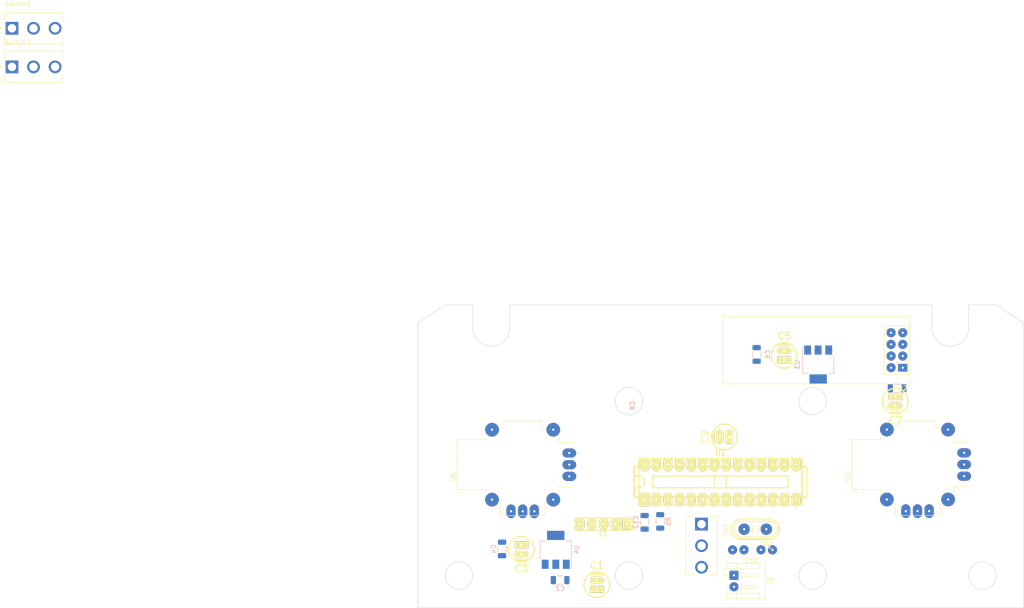
<source format=kicad_pcb>
(kicad_pcb (version 20221018) (generator pcbnew)
  (layers (0 "F.Cu" signal) (31 "B.Cu" signal) (34 "B.Paste" user) (35 "F.Paste" user) (36 "B.SilkS" user "B.Silkscreen") (37 "F.SilkS" user "F.Silkscreen") (38 "B.Mask" user) (39 "F.Mask" user) (44 "Edge.Cuts" user))
  (net 0 "")
  (net 1 "VCC")
  (net 2 "GND")
  (net 3 "+5V")
  (net 4 "+3V3")
  (net 5 "Net-(C10-Pad2)")
  (net 6 "Net-(C11-Pad2)")
  (net 7 "Net-(U1-Reset)")
  (net 8 "/DTR")
  (net 9 "/BAT")
  (net 10 "/RX")
  (net 11 "/TX")
  (net 14 "/SwDer")
  (net 15 "/SwIzq")
  (net 19 "/CE")
  (net 20 "/CSK")
  (net 21 "/MOSI")
  (net 22 "/MISO")
  (net 23 "/SCK")
  (net 25 "/PotIzqA")
  (net 26 "/PotIzqB")
  (net 27 "/PotDerA")
  (net 28 "/PotDerB")
  (net 32 "Net-(U5-SHIELD-PadS1)")
  (net 33 "Net-(U6-SHIELD-PadS1)")
  (footprint "Footprints:SW_100SP3T1B1M2QE" (layer "F.Cu") (at 7.3 3.705)
    (fp_text reference "Switch1" (at -3.425 -5.315) (layer "F.SilkS"))
    (fp_text value "~")
    (fp_line (start -6.35 -3.43) (end 6.35 -3.43) (stroke (width 0.127)) (layer "F.SilkS"))
    (fp_line (start -6.35 -1.7075) (end -6.35 -3.43) (stroke (width 0.127)) (layer "F.SilkS"))
    (fp_line (start -6.35 3.43) (end -6.35 1.7075) (stroke (width 0.127)) (layer "F.SilkS"))
    (fp_line (start 6.35 -3.43) (end 6.35 -1.7075) (stroke (width 0.127)) (layer "F.SilkS"))
    (fp_line (start 6.35 3.43) (end -6.35 3.43) (stroke (width 0.127)) (layer "F.SilkS"))
    (fp_line (start 6.35 3.43) (end 6.35 1.7075) (stroke (width 0.127)) (layer "F.SilkS"))
    (fp_circle (center -7.1 0) (end -7 0) (stroke (width 0.2)) (fill none) (layer "F.SilkS"))
    (pad "1" thru_hole rect (at -4.7 0) (size 2.775 2.775) (drill 1.85) (layers "*.Cu" "*.Mask") (net 3 "+5V"))
    (pad "2" thru_hole circle (at 0 0) (size 2.775 2.775) (drill 1.85) (layers "*.Cu" "*.Mask") (net 15 "/SwIzq"))
    (pad "3" thru_hole circle (at 4.7 0) (size 2.775 2.775) (drill 1.85) (layers "*.Cu" "*.Mask") (net 2 "GND"))
  )
  (footprint "PotStick:XDCR_COM-09032" (layer "F.Cu") (at 113.84 98.84 90)
    (fp_text reference "U6" (at -2.625 -15.235 90) (layer "F.SilkS"))
    (fp_text value "COM-09032")
    (fp_line (start -11.1 -4.9) (end -7.95 -4.9) (stroke (width 0.127)) (layer "F.SilkS"))
    (fp_line (start -11.1 4.9) (end -11.1 -4.9) (stroke (width 0.127)) (layer "F.SilkS"))
    (fp_line (start -7.95 4.9) (end -11.1 4.9) (stroke (width 0.127)) (layer "F.SilkS"))
    (fp_line (start -7.95 5.17) (end -7.95 4.9) (stroke (width 0.127)) (layer "F.SilkS"))
    (fp_line (start -6.07 -8) (end -5.45 -8) (stroke (width 0.127)) (layer "F.SilkS"))
    (fp_line (start -5.45 -14.3) (end 5.45 -14.3) (stroke (width 0.127)) (layer "F.SilkS"))
    (fp_line (start -5.45 -8) (end -5.45 -14.3) (stroke (width 0.127)) (layer "F.SilkS"))
    (fp_line (start -4.85 7.9) (end -6.07 7.9) (stroke (width 0.127)) (layer "F.SilkS"))
    (fp_line (start -4.85 11.1) (end -4.85 7.9) (stroke (width 0.127)) (layer "F.SilkS"))
    (fp_line (start 4.85 7.9) (end 4.85 11.1) (stroke (width 0.127)) (layer "F.SilkS"))
    (fp_line (start 5.45 -14.3) (end 5.45 -8) (stroke (width 0.127)) (layer "F.SilkS"))
    (fp_line (start 5.45 -8) (end 6.08 -8) (stroke (width 0.127)) (layer "F.SilkS"))
    (fp_line (start 6.08 7.9) (end 4.85 7.9) (stroke (width 0.127)) (layer "F.SilkS"))
    (fp_line (start 7.95 -4.1) (end 9.5 -4.1) (stroke (width 0.127)) (layer "F.SilkS"))
    (fp_line (start 7.95 4) (end 7.95 5.12) (stroke (width 0.127)) (layer "F.SilkS"))
    (fp_line (start 9.5 -4.1) (end 9.5 4) (stroke (width 0.127)) (layer "F.SilkS"))
    (fp_line (start 9.5 4) (end 7.95 4) (stroke (width 0.127)) (layer "F.SilkS"))
    (fp_circle (center -6.05 -13.35) (end -5.95 -13.35) (stroke (width 0.2)) (fill none) (layer "F.SilkS"))
    (pad "H1" thru_hole oval (at -2.54 10.16 90) (size 2 3) (drill 0.5) (layers "*.Cu" "*.Mask") (net 3 "+5V"))
    (pad "H2" thru_hole oval (at 0 10.16 90) (size 2 3) (drill 0.5) (layers "*.Cu" "*.Mask") (net 25 "/PotIzqA"))
    (pad "H3" thru_hole oval (at 2.54 10.16 90) (size 2 3) (drill 0.5) (layers "*.Cu" "*.Mask") (net 2 "GND"))
    (pad "S1" thru_hole circle (at -7.62 -6.6675 90) (size 3 3) (drill 0.5) (layers "*.Cu" "*.Mask") (net 33 "Net-(U6-SHIELD-PadS1)"))
    (pad "S2" thru_hole circle (at -7.62 6.6675 90) (size 3 3) (drill 0.5) (layers "*.Cu" "*.Mask") (net 33 "Net-(U6-SHIELD-PadS1)"))
    (pad "S3" thru_hole circle (at 7.62 6.6675 90) (size 3 3) (drill 0.5) (layers "*.Cu" "*.Mask") (net 33 "Net-(U6-SHIELD-PadS1)"))
    (pad "S4" thru_hole circle (at 7.62 -6.6675 90) (size 3 3) (drill 0.5) (layers "*.Cu" "*.Mask") (net 33 "Net-(U6-SHIELD-PadS1)"))
    (pad "V1" thru_hole oval (at -10.16 -2.54 90) (size 3 2) (drill 0.5) (layers "*.Cu" "*.Mask") (net 3 "+5V"))
    (pad "V2" thru_hole oval (at -10.16 0 90) (size 3 2) (drill 0.5) (layers "*.Cu" "*.Mask") (net 26 "/PotIzqB"))
    (pad "V3" thru_hole oval (at -10.16 2.54 90) (size 3 2) (drill 0.5) (layers "*.Cu" "*.Mask") (net 2 "GND"))
  )
  (footprint "Footprints:SW_100SP3T1B1M2QE" (layer "F.Cu") (at 7.3 12.115)
    (fp_text reference "Switch2" (at -3.425 -5.315) (layer "F.SilkS"))
    (fp_text value "~")
    (fp_line (start -6.35 -3.43) (end 6.35 -3.43) (stroke (width 0.127)) (layer "F.SilkS"))
    (fp_line (start -6.35 -1.7075) (end -6.35 -3.43) (stroke (width 0.127)) (layer "F.SilkS"))
    (fp_line (start -6.35 3.43) (end -6.35 1.7075) (stroke (width 0.127)) (layer "F.SilkS"))
    (fp_line (start 6.35 -3.43) (end 6.35 -1.7075) (stroke (width 0.127)) (layer "F.SilkS"))
    (fp_line (start 6.35 3.43) (end -6.35 3.43) (stroke (width 0.127)) (layer "F.SilkS"))
    (fp_line (start 6.35 3.43) (end 6.35 1.7075) (stroke (width 0.127)) (layer "F.SilkS"))
    (fp_circle (center -7.1 0) (end -7 0) (stroke (width 0.2)) (fill none) (layer "F.SilkS"))
    (pad "1" thru_hole rect (at -4.7 0) (size 2.775 2.775) (drill 1.85) (layers "*.Cu" "*.Mask") (net 3 "+5V"))
    (pad "2" thru_hole circle (at 0 0) (size 2.775 2.775) (drill 1.85) (layers "*.Cu" "*.Mask") (net 14 "/SwDer"))
    (pad "3" thru_hole circle (at 4.7 0) (size 2.775 2.775) (drill 1.85) (layers "*.Cu" "*.Mask") (net 2 "GND"))
  )
  (footprint "RF_Module:nRF24L01_Breakout" (layer "F.Cu") (at 198.3975 81.3975 180)
    (fp_text reference "U2" (at 1.77 -0.73) (layer "F.SilkS"))
    (fp_text value "Nrf24l01")
    (fp_line (start 0.17 0.17) (end 40.9 0.17) (stroke (width 0.12)) (layer "F.SilkS"))
    (fp_line (start 0.17 14.9) (end 0.17 0.17) (stroke (width 0.12)) (layer "F.SilkS"))
    (fp_line (start 0.5 2.18) (end 5.834 2.18) (stroke (width 0.12)) (layer "F.SilkS"))
    (fp_line (start 0.5 12.848) (end 0.5 2.18) (stroke (width 0.12)) (layer "F.SilkS"))
    (fp_line (start 0.754 4.974) (end 0.754 4.974) (stroke (width 0.12)) (layer "F.SilkS"))
    (fp_line (start 3.04 2.688) (end 3.04 4.974) (stroke (width 0.12)) (layer "F.SilkS"))
    (fp_line (start 3.04 4.974) (end 0.754 4.974) (stroke (width 0.12)) (layer "F.SilkS"))
    (fp_line (start 5.834 2.18) (end 5.834 12.848) (stroke (width 0.12)) (layer "F.SilkS"))
    (fp_line (start 5.834 12.848) (end 0.5 12.848) (stroke (width 0.12)) (layer "F.SilkS"))
    (fp_line (start 40.9 0.17) (end 40.9 14.877759) (stroke (width 0.12)) (layer "F.SilkS"))
    (fp_line (start 40.9 14.9) (end 0.17 14.9) (stroke (width 0.12)) (layer "F.SilkS"))
    (pad "1" thru_hole rect (at 1.77 3.704 180) (size 2 1.7) (drill 0.5) (layers "*.Cu" "*.Mask") (net 2 "GND"))
    (pad "2" thru_hole circle (at 4.31 3.704 180) (size 2 2) (drill 0.5) (layers "*.Cu" "*.Mask") (net 4 "+3V3"))
    (pad "3" thru_hole circle (at 1.77 6.244 180) (size 2 2) (drill 0.5) (layers "*.Cu" "*.Mask") (net 19 "/CE"))
    (pad "4" thru_hole circle (at 4.31 6.244 180) (size 2 2) (drill 0.5) (layers "*.Cu" "*.Mask") (net 20 "/CSK"))
    (pad "5" thru_hole circle (at 1.77 8.784 180) (size 2 2) (drill 0.5) (layers "*.Cu" "*.Mask") (net 23 "/SCK"))
    (pad "6" thru_hole circle (at 4.31 8.784 180) (size 2 2) (drill 0.5) (layers "*.Cu" "*.Mask") (net 21 "/MOSI"))
    (pad "7" thru_hole circle (at 1.77 11.324 180) (size 2 2) (drill 0.5) (layers "*.Cu" "*.Mask") (net 22 "/MISO"))
    (pad "8" thru_hole circle (at 4.31 11.324 180) (size 2 2) (drill 0.5) (layers "*.Cu" "*.Mask"))
  )
  (footprint "EESTN5:CAP_ELEC_5x11mm" (layer "F.Cu") (at 130 125)
    (fp_text reference "C1" (at 0 -4.2) (layer "F.SilkS") (effects (font (size 1.524 1.524) (thickness 0.3048))))
    (fp_text value "1uF" hide)
    (fp_line (start -1.7 -2.2) (end 1.7 -2.2) (stroke (width 0.3048)) (layer "F.SilkS"))
    (fp_line (start -1.3 -2.4) (end 1.3 -2.4) (stroke (width 0.3048)) (layer "F.SilkS"))
    (fp_line (start -0.8 -2.6) (end 0.8 -2.6) (stroke (width 0.3048)) (layer "F.SilkS"))
    (fp_line (start 1 -1.1) (end 2 -1.1) (stroke (width 0.3)) (layer "F.SilkS"))
    (fp_circle (center 0 0) (end 2.8 0) (stroke (width 0.3048)) (fill none) (layer "F.SilkS"))
    (pad "1" thru_hole rect (at 0 1) (size 3 1.5) (drill 0.5) (layers "*.Cu" "*.Mask" "F.SilkS") (net 1 "VCC"))
    (pad "2" thru_hole oval (at 0 -1) (size 3 1.5) (drill 0.5) (layers "*.Cu" "*.Mask" "F.SilkS") (net 2 "GND"))
  )
  (footprint "EESTN5:DIP_28-300_socket" (layer "F.Cu") (at 156.9 102.6)
    (fp_text reference "U1" (at 0 -6.35) (layer "F.SilkS") (effects (font (size 1.524 1.143) (thickness 0.28702))))
    (fp_text value "ATMEGA328P" hide)
    (fp_line (start -18.796 3.302) (end -18.796 -3.302) (stroke (width 0.381)) (layer "F.SilkS"))
    (fp_line (start -17.78 -5.08) (end 17.78 -5.08) (stroke (width 0.381)) (layer "F.SilkS"))
    (fp_line (start -17.78 -1.27) (end -18.796 -1.27) (stroke (width 0.381)) (layer "F.SilkS"))
    (fp_line (start -17.78 -1.27) (end -17.78 1.27) (stroke (width 0.381)) (layer "F.SilkS"))
    (fp_line (start -17.78 1.27) (end -18.796 1.27) (stroke (width 0.381)) (layer "F.SilkS"))
    (fp_line (start -17.78 5.08) (end -17.78 -5.08) (stroke (width 0.381)) (layer "F.SilkS"))
    (fp_line (start -17.78 5.08) (end 17.78 5.08) (stroke (width 0.381)) (layer "F.SilkS"))
    (fp_line (start -14.732 -1.27) (end -14.732 1.27) (stroke (width 0.254)) (layer "F.SilkS"))
    (fp_line (start -14.732 1.27) (end 14.732 1.27) (stroke (width 0.254)) (layer "F.SilkS"))
    (fp_line (start -1.27 -1.27) (end -1.27 1.27) (stroke (width 0.254)) (layer "F.SilkS"))
    (fp_line (start 1.27 -1.27) (end 1.27 1.27) (stroke (width 0.254)) (layer "F.SilkS"))
    (fp_line (start 14.732 -1.27) (end -14.732 -1.27) (stroke (width 0.254)) (layer "F.SilkS"))
    (fp_line (start 14.732 1.27) (end 14.732 -1.27) (stroke (width 0.254)) (layer "F.SilkS"))
    (fp_line (start 17.78 -5.08) (end 17.78 5.08) (stroke (width 0.381)) (layer "F.SilkS"))
    (fp_line (start 18.796 -3.302) (end -18.796 -3.302) (stroke (width 0.381)) (layer "F.SilkS"))
    (fp_line (start 18.796 -3.302) (end 18.796 3.302) (stroke (width 0.381)) (layer "F.SilkS"))
    (fp_line (start 18.796 3.302) (end -18.796 3.302) (stroke (width 0.381)) (layer "F.SilkS"))
    (fp_arc (start -17.78 -1.27) (mid -16.881974 -0.898026) (end -16.51 0) (stroke (width 0.254)) (layer "F.SilkS"))
    (fp_arc (start -16.51 0) (mid -16.881974 0.898026) (end -17.78 1.27) (stroke (width 0.254)) (layer "F.SilkS"))
    (pad "1" thru_hole rect (at -16.51 3.81) (size 2 3) (drill 0.5) (layers "*.Cu" "*.Mask" "F.SilkS") (net 7 "Net-(U1-Reset)"))
    (pad "2" thru_hole oval (at -13.97 3.81) (size 2 3) (drill 0.5) (layers "*.Cu" "*.Mask" "F.SilkS") (net 10 "/RX"))
    (pad "3" thru_hole oval (at -11.43 3.81) (size 2 3) (drill 0.5) (layers "*.Cu" "*.Mask" "F.SilkS") (net 11 "/TX"))
    (pad "4" thru_hole oval (at -8.89 3.81) (size 2 3) (drill 0.5) (layers "*.Cu" "*.Mask" "F.SilkS"))
    (pad "5" thru_hole oval (at -6.35 3.81) (size 2 3) (drill 0.5) (layers "*.Cu" "*.Mask" "F.SilkS"))
    (pad "6" thru_hole oval (at -3.81 3.81) (size 2 3) (drill 0.5) (layers "*.Cu" "*.Mask" "F.SilkS"))
    (pad "7" thru_hole oval (at -1.27 3.81) (size 2 3) (drill 0.5) (layers "*.Cu" "*.Mask" "F.SilkS") (net 3 "+5V"))
    (pad "8" thru_hole oval (at 1.27 3.81) (size 2 3) (drill 0.5) (layers "*.Cu" "*.Mask" "F.SilkS") (net 2 "GND"))
    (pad "9" thru_hole oval (at 3.81 3.81) (size 2 3) (drill 0.5) (layers "*.Cu" "*.Mask" "F.SilkS") (net 5 "Net-(C10-Pad2)"))
    (pad "10" thru_hole oval (at 6.35 3.81) (size 2 3) (drill 0.5) (layers "*.Cu" "*.Mask" "F.SilkS") (net 6 "Net-(C11-Pad2)"))
    (pad "11" thru_hole oval (at 8.89 3.81) (size 2 3) (drill 0.5) (layers "*.Cu" "*.Mask" "F.SilkS"))
    (pad "12" thru_hole oval (at 11.43 3.81) (size 2 3) (drill 0.5) (layers "*.Cu" "*.Mask" "F.SilkS"))
    (pad "13" thru_hole oval (at 13.97 3.81) (size 2 3) (drill 0.5) (layers "*.Cu" "*.Mask" "F.SilkS"))
    (pad "14" thru_hole oval (at 16.51 3.81) (size 2 3) (drill 0.5) (layers "*.Cu" "*.Mask" "F.SilkS"))
    (pad "15" thru_hole oval (at 16.51 -3.81) (size 2 3) (drill 0.5) (layers "*.Cu" "*.Mask" "F.SilkS") (net 19 "/CE"))
    (pad "16" thru_hole oval (at 13.97 -3.81) (size 2 3) (drill 0.5) (layers "*.Cu" "*.Mask" "F.SilkS") (net 20 "/CSK"))
    (pad "17" thru_hole oval (at 11.43 -3.81) (size 2 3) (drill 0.5) (layers "*.Cu" "*.Mask" "F.SilkS") (net 21 "/MOSI"))
    (pad "18" thru_hole oval (at 8.89 -3.81) (size 2 3) (drill 0.5) (layers "*.Cu" "*.Mask" "F.SilkS") (net 22 "/MISO"))
    (pad "19" thru_hole oval (at 6.35 -3.81) (size 2 3) (drill 0.5) (layers "*.Cu" "*.Mask" "F.SilkS") (net 23 "/SCK"))
    (pad "20" thru_hole oval (at 3.81 -3.81) (size 2 3) (drill 0.5) (layers "*.Cu" "*.Mask" "F.SilkS") (net 3 "+5V"))
    (pad "21" thru_hole oval (at 1.27 -3.81) (size 2 3) (drill 0.5) (layers "*.Cu" "*.Mask" "F.SilkS"))
    (pad "22" thru_hole oval (at -1.27 -3.81) (size 2 3) (drill 0.5) (layers "*.Cu" "*.Mask" "F.SilkS") (net 2 "GND"))
    (pad "23" thru_hole oval (at -3.81 -3.81) (size 2 3) (drill 0.5) (layers "*.Cu" "*.Mask" "F.SilkS") (net 27 "/PotDerA"))
    (pad "24" thru_hole oval (at -6.35 -3.81) (size 2 3) (drill 0.5) (layers "*.Cu" "*.Mask" "F.SilkS") (net 28 "/PotDerB"))
    (pad "25" thru_hole oval (at -8.89 -3.81) (size 2 3) (drill 0.5) (layers "*.Cu" "*.Mask" "F.SilkS") (net 26 "/PotIzqB"))
    (pad "26" thru_hole oval (at -11.43 -3.81) (size 2 3) (drill 0.5) (layers "*.Cu" "*.Mask" "F.SilkS") (net 25 "/PotIzqA"))
    (pad "27" thru_hole oval (at -13.97 -3.81) (size 2 3) (drill 0.5) (layers "*.Cu" "*.Mask" "F.SilkS"))
    (pad "28" thru_hole oval (at -16.51 -3.81) (size 2 3) (drill 0.5) (layers "*.Cu" "*.Mask" "F.SilkS"))
  )
  (footprint "Cristal:XTAL_XT9S20ANA16M" (layer "F.Cu") (at 164.5 112.9 180)
    (fp_text reference "Y1" (at -2.721 -3.698) (layer "F.SilkS"))
    (fp_text value "16MHZ" hide)
    (fp_line (start -3.048 -2.159) (end 3.048 -2.159) (stroke (width 0.4064)) (layer "F.SilkS"))
    (fp_line (start -3.048 1.651) (end 3.048 1.651) (stroke (width 0.1524)) (layer "F.SilkS"))
    (fp_line (start -3.048 2.159) (end 3.048 2.159) (stroke (width 0.4064)) (layer "F.SilkS"))
    (fp_line (start -0.635 -0.762) (end -0.635 0) (stroke (width 0.1524)) (layer "F.SilkS"))
    (fp_line (start -0.635 0) (end -1.27 0) (stroke (width 0.1524)) (layer "F.SilkS"))
    (fp_line (start -0.635 0) (end -0.635 0.762) (stroke (width 0.1524)) (layer "F.SilkS"))
    (fp_line (start 0.635 -0.762) (end 0.635 0) (stroke (width 0.1524)) (layer "F.SilkS"))
    (fp_line (start 0.635 0) (end 0.635 0.762) (stroke (width 0.1524)) (layer "F.SilkS"))
    (fp_line (start 0.635 0) (end 1.27 0) (stroke (width 0.1524)) (layer "F.SilkS"))
    (fp_line (start 3.048 -1.651) (end -3.048 -1.651) (stroke (width 0.1524)) (layer "F.SilkS"))
    (fp_arc (start -3.048 1.651) (mid -4.699 0) (end -3.048 -1.651) (stroke (width 0.1524)) (layer "F.SilkS"))
    (fp_arc (start -3.048 2.159) (mid -5.207 0) (end -3.048 -2.159) (stroke (width 0.4064)) (layer "F.SilkS"))
    (fp_arc (start 3.048 -2.159) (mid 5.207 0) (end 3.048 2.159) (stroke (width 0.4064)) (layer "F.SilkS"))
    (fp_arc (start 3.048 -1.651) (mid 4.699 0) (end 3.048 1.651) (stroke (width 0.1524)) (layer "F.SilkS"))
    (pad "1" thru_hole circle (at -2.413 0 180) (size 2.5 2.5) (drill 0.5) (layers "*.Cu" "*.Mask") (net 6 "Net-(C11-Pad2)"))
    (pad "2" thru_hole circle (at 2.413 0 180) (size 2.5 2.5) (drill 0.5) (layers "*.Cu" "*.Mask") (net 5 "Net-(C10-Pad2)"))
  )
  (footprint "Connector_JST:JST_EH_S2B-EH_1x02_P2.50mm_Horizontal" (layer "F.Cu") (at 159.8675 122.95 -90)
    (fp_text reference "J2" (at 1.25 -7.9 -270) (layer "F.SilkS"))
    (fp_text value "ALIMENTACION")
    (fp_line (start -2.61 -6.81) (end 5.11 -6.81) (stroke (width 0.12)) (layer "F.SilkS"))
    (fp_line (start -2.61 -5.59) (end -1.39 -5.59) (stroke (width 0.12)) (layer "F.SilkS"))
    (fp_line (start -2.61 1.61) (end -2.61 -6.81) (stroke (width 0.12)) (layer "F.SilkS"))
    (fp_line (start -1.39 -5.59) (end -1.39 -0.59) (stroke (width 0.12)) (layer "F.SilkS"))
    (fp_line (start -1.39 -1.59) (end 3.89 -1.59) (stroke (width 0.12)) (layer "F.SilkS"))
    (fp_line (start -1.39 -0.59) (end -2.61 -0.59) (stroke (width 0.12)) (layer "F.SilkS"))
    (fp_line (start -1.39 -0.59) (end -1.39 1.61) (stroke (width 0.12)) (layer "F.SilkS"))
    (fp_line (start -1.39 1.61) (end -2.61 1.61) (stroke (width 0.12)) (layer "F.SilkS"))
    (fp_line (start -0.32 -5.01) (end 0 -5.09) (stroke (width 0.12)) (layer "F.SilkS"))
    (fp_line (start -0.32 -1.59) (end -0.32 -5.01) (stroke (width 0.12)) (layer "F.SilkS"))
    (fp_line (start -0.3 2.1) (end 0.3 2.1) (stroke (width 0.12)) (layer "F.SilkS"))
    (fp_line (start 0 -5.09) (end 0.32 -5.01) (stroke (width 0.12)) (layer "F.SilkS"))
    (fp_line (start 0 -1.59) (end -0.32 -1.59) (stroke (width 0.12)) (layer "F.SilkS"))
    (fp_line (start 0 1.5) (end -0.3 2.1) (stroke (width 0.12)) (layer "F.SilkS"))
    (fp_line (start 0.3 2.1) (end 0 1.5) (stroke (width 0.12)) (layer "F.SilkS"))
    (fp_line (start 0.32 -5.01) (end 0.32 -1.59) (stroke (width 0.12)) (layer "F.SilkS"))
    (fp_line (start 0.32 -1.59) (end 0 -1.59) (stroke (width 0.12)) (layer "F.SilkS"))
    (fp_line (start 1.17 -0.59) (end 1.33 -0.59) (stroke (width 0.12)) (layer "F.SilkS"))
    (fp_line (start 2.18 -5.01) (end 2.5 -5.09) (stroke (width 0.12)) (layer "F.SilkS"))
    (fp_line (start 2.18 -1.59) (end 2.18 -5.01) (stroke (width 0.12)) (layer "F.SilkS"))
    (fp_line (start 2.5 -5.09) (end 2.82 -5.01) (stroke (width 0.12)) (layer "F.SilkS"))
    (fp_line (start 2.5 -1.59) (end 2.18 -1.59) (stroke (width 0.12)) (layer "F.SilkS"))
    (fp_line (start 2.82 -5.01) (end 2.82 -1.59) (stroke (width 0.12)) (layer "F.SilkS"))
    (fp_line (start 2.82 -1.59) (end 2.5 -1.59) (stroke (width 0.12)) (layer "F.SilkS"))
    (fp_line (start 3.89 -5.59) (end 3.89 -0.59) (stroke (width 0.12)) (layer "F.SilkS"))
    (fp_line (start 3.89 -0.59) (end 5.11 -0.59) (stroke (width 0.12)) (layer "F.SilkS"))
    (fp_line (start 3.89 1.61) (end 3.89 -0.59) (stroke (width 0.12)) (layer "F.SilkS"))
    (fp_line (start 5.11 -6.81) (end 5.11 1.61) (stroke (width 0.12)) (layer "F.SilkS"))
    (fp_line (start 5.11 -5.59) (end 3.89 -5.59) (stroke (width 0.12)) (layer "F.SilkS"))
    (fp_line (start 5.11 1.61) (end 3.89 1.61) (stroke (width 0.12)) (layer "F.SilkS"))
    (pad "1" thru_hole roundrect (at 0 0 270) (size 2 2) (drill 0.5) (layers "*.Cu" "*.Mask") (roundrect_rratio 0.147059) (net 2 "GND"))
    (pad "2" thru_hole oval (at 2.5 0 270) (size 2 2) (drill 0.5) (layers "*.Cu" "*.Mask") (net 9 "/BAT"))
  )
  (footprint "Capacitor_THT:C_Disc_D3.0mm_W1.6mm_P2.50mm" (layer "F.Cu") (at 159.55 117.4)
    (fp_text reference "C10" (at 4.25 2.45) (layer "F.SilkS"))
    (fp_text value "22pF")
    (fp_line (start 0.621 -0.92) (end 1.879 -0.92) (stroke (width 0.12)) (layer "F.SilkS"))
    (fp_line (start 0.621 0.92) (end 1.879 0.92) (stroke (width 0.12)) (layer "F.SilkS"))
    (pad "1" thru_hole circle (at 0 0) (size 2 2) (drill 0.5) (layers "*.Cu" "*.Mask") (net 2 "GND"))
    (pad "2" thru_hole circle (at 2.5 0) (size 2 2) (drill 0.5) (layers "*.Cu" "*.Mask") (net 5 "Net-(C10-Pad2)"))
  )
  (footprint "EESTN5:CAP_ELEC_5x11mm" (layer "F.Cu") (at 170.8 75)
    (fp_text reference "C5" (at 0 -4.2) (layer "F.SilkS") (effects (font (size 1.524 1.524) (thickness 0.3048))))
    (fp_text value "1uF" hide)
    (fp_line (start -1.7 -2.2) (end 1.7 -2.2) (stroke (width 0.3048)) (layer "F.SilkS"))
    (fp_line (start -1.3 -2.4) (end 1.3 -2.4) (stroke (width 0.3048)) (layer "F.SilkS"))
    (fp_line (start -0.8 -2.6) (end 0.8 -2.6) (stroke (width 0.3048)) (layer "F.SilkS"))
    (fp_line (start 1 -1.1) (end 2 -1.1) (stroke (width 0.3)) (layer "F.SilkS"))
    (fp_circle (center 0 0) (end 2.8 0) (stroke (width 0.3048)) (fill none) (layer "F.SilkS"))
    (pad "1" thru_hole rect (at 0 1) (size 3 1.5) (drill 0.5) (layers "*.Cu" "*.Mask" "F.SilkS") (net 3 "+5V"))
    (pad "2" thru_hole oval (at 0 -1) (size 3 1.5) (drill 0.5) (layers "*.Cu" "*.Mask" "F.SilkS") (net 2 "GND"))
  )
  (footprint "EESTN5:CAP_ELEC_5x11mm" (layer "F.Cu") (at 113.55 117.3 180)
    (fp_text reference "C3" (at 0 -4.2) (layer "F.SilkS") (effects (font (size 1.524 1.524) (thickness 0.3048))))
    (fp_text value "1uF" hide)
    (fp_line (start -1.7 -2.2) (end 1.7 -2.2) (stroke (width 0.3048)) (layer "F.SilkS"))
    (fp_line (start -1.3 -2.4) (end 1.3 -2.4) (stroke (width 0.3048)) (layer "F.SilkS"))
    (fp_line (start -0.8 -2.6) (end 0.8 -2.6) (stroke (width 0.3048)) (layer "F.SilkS"))
    (fp_line (start 1 -1.1) (end 2 -1.1) (stroke (width 0.3)) (layer "F.SilkS"))
    (fp_circle (center 0 0) (end 2.8 0) (stroke (width 0.3048)) (fill none) (layer "F.SilkS"))
    (pad "1" thru_hole rect (at 0 1 180) (size 3 1.5) (drill 0.5) (layers "*.Cu" "*.Mask" "F.SilkS") (net 3 "+5V"))
    (pad "2" thru_hole oval (at 0 -1 180) (size 3 1.5) (drill 0.5) (layers "*.Cu" "*.Mask" "F.SilkS") (net 2 "GND"))
  )
  (footprint "Capacitor_THT:C_Disc_D3.0mm_W1.6mm_P2.50mm" (layer "F.Cu") (at 165.75 117.4)
    (fp_text reference "C11" (at 1.25 -2.05) (layer "F.SilkS"))
    (fp_text value "22pF")
    (fp_line (start 0.621 -0.92) (end 1.879 -0.92) (stroke (width 0.12)) (layer "F.SilkS"))
    (fp_line (start 0.621 0.92) (end 1.879 0.92) (stroke (width 0.12)) (layer "F.SilkS"))
    (pad "1" thru_hole circle (at 0 0) (size 2 2) (drill 0.5) (layers "*.Cu" "*.Mask") (net 2 "GND"))
    (pad "2" thru_hole circle (at 2.5 0) (size 2 2) (drill 0.5) (layers "*.Cu" "*.Mask") (net 6 "Net-(C11-Pad2)"))
  )
  (footprint "EESTN5:Pin_Header_5" (layer "F.Cu") (at 131.46 111.8 180)
    (fp_text reference "J3" (at 0.27 -2.159) (layer "F.SilkS") (effects (font (size 1.016 1.016) (thickness 0.2032))))
    (fp_text value "USB 2.0 a UART TTL 6 pines CP2102" hide)
    (fp_line (start -6.35 1.27) (end -6.35 -1.27) (stroke (width 0.3048)) (layer "F.SilkS"))
    (fp_line (start -6.33 -1.4) (end 6.17 -1.4) (stroke (width 0.15)) (layer "F.SilkS"))
    (fp_line (start -3.81 -1.27) (end -3.81 1.27) (stroke (width 0.3048)) (layer "F.SilkS"))
    (fp_line (start 6.17 -1.3) (end -6.23 -1.3) (stroke (width 0.15)) (layer "F.SilkS"))
    (fp_line (start 6.17 1.3) (end -6.33 1.3) (stroke (width 0.15)) (layer "F.SilkS"))
    (fp_line (start 6.17 1.4) (end -6.33 1.4) (stroke (width 0.15)) (layer "F.SilkS"))
    (fp_line (start 6.19 -1.27) (end 6.19 1.27) (stroke (width 0.3048)) (layer "F.SilkS"))
    (pad "1" thru_hole rect (at -5.08 0 180) (size 2 2.19964) (drill 0.5) (layers "*.Cu" "*.Mask" "F.SilkS") (net 8 "/DTR"))
    (pad "2" thru_hole oval (at -2.54 0 180) (size 2 2.5) (drill 0.5) (layers "*.Cu" "*.Mask" "F.SilkS") (net 10 "/RX"))
    (pad "3" thru_hole oval (at 0 0 180) (size 2 2.5) (drill 0.5) (layers "*.Cu" "*.Mask" "F.SilkS") (net 11 "/TX"))
    (pad "4" thru_hole oval (at 2.54 0 180) (size 2 2.5) (drill 0.5) (layers "*.Cu" "*.Mask" "F.SilkS") (net 3 "+5V"))
    (pad "5" thru_hole oval (at 5.08 0 180) (size 2 2.5) (drill 0.5) (layers "*.Cu" "*.Mask" "F.SilkS") (net 2 "GND"))
  )
  (footprint "PotStick:XDCR_COM-09032" (layer "F.Cu") (at 199.84 98.8 90)
    (fp_text reference "U5" (at -2.625 -15.235 90) (layer "F.SilkS"))
    (fp_text value "COM-09032")
    (fp_line (start -11.1 -4.9) (end -7.95 -4.9) (stroke (width 0.127)) (layer "F.SilkS"))
    (fp_line (start -11.1 4.9) (end -11.1 -4.9) (stroke (width 0.127)) (layer "F.SilkS"))
    (fp_line (start -7.95 4.9) (end -11.1 4.9) (stroke (width 0.127)) (layer "F.SilkS"))
    (fp_line (start -7.95 5.17) (end -7.95 4.9) (stroke (width 0.127)) (layer "F.SilkS"))
    (fp_line (start -6.07 -8) (end -5.45 -8) (stroke (width 0.127)) (layer "F.SilkS"))
    (fp_line (start -5.45 -14.3) (end 5.45 -14.3) (stroke (width 0.127)) (layer "F.SilkS"))
    (fp_line (start -5.45 -8) (end -5.45 -14.3) (stroke (width 0.127)) (layer "F.SilkS"))
    (fp_line (start -4.85 7.9) (end -6.07 7.9) (stroke (width 0.127)) (layer "F.SilkS"))
    (fp_line (start -4.85 11.1) (end -4.85 7.9) (stroke (width 0.127)) (layer "F.SilkS"))
    (fp_line (start 4.85 7.9) (end 4.85 11.1) (stroke (width 0.127)) (layer "F.SilkS"))
    (fp_line (start 5.45 -14.3) (end 5.45 -8) (stroke (width 0.127)) (layer "F.SilkS"))
    (fp_line (start 5.45 -8) (end 6.08 -8) (stroke (width 0.127)) (layer "F.SilkS"))
    (fp_line (start 6.08 7.9) (end 4.85 7.9) (stroke (width 0.127)) (layer "F.SilkS"))
    (fp_line (start 7.95 -4.1) (end 9.5 -4.1) (stroke (width 0.127)) (layer "F.SilkS"))
    (fp_line (start 7.95 4) (end 7.95 5.12) (stroke (width 0.127)) (layer "F.SilkS"))
    (fp_line (start 9.5 -4.1) (end 9.5 4) (stroke (width 0.127)) (layer "F.SilkS"))
    (fp_line (start 9.5 4) (end 7.95 4) (stroke (width 0.127)) (layer "F.SilkS"))
    (fp_circle (center -6.05 -13.35) (end -5.95 -13.35) (stroke (width 0.2)) (fill none) (layer "F.SilkS"))
    (pad "H1" thru_hole oval (at -2.54 10.16 90) (size 2 3) (drill 0.5) (layers "*.Cu" "*.Mask") (net 3 "+5V"))
    (pad "H2" thru_hole oval (at 0 10.16 90) (size 2 3) (drill 0.5) (layers "*.Cu" "*.Mask") (net 27 "/PotDerA"))
    (pad "H3" thru_hole oval (at 2.54 10.16 90) (size 2 3) (drill 0.5) (layers "*.Cu" "*.Mask") (net 2 "GND"))
    (pad "S1" thru_hole circle (at -7.62 -6.6675 90) (size 3 3) (drill 0.5) (layers "*.Cu" "*.Mask") (net 32 "Net-(U5-SHIELD-PadS1)"))
    (pad "S2" thru_hole circle (at -7.62 6.6675 90) (size 3 3) (drill 0.5) (layers "*.Cu" "*.Mask") (net 32 "Net-(U5-SHIELD-PadS1)"))
    (pad "S3" thru_hole circle (at 7.62 6.6675 90) (size 3 3) (drill 0.5) (layers "*.Cu" "*.Mask") (net 32 "Net-(U5-SHIELD-PadS1)"))
    (pad "S4" thru_hole circle (at 7.62 -6.6675 90) (size 3 3) (drill 0.5) (layers "*.Cu" "*.Mask") (net 32 "Net-(U5-SHIELD-PadS1)"))
    (pad "V1" thru_hole oval (at -10.16 -2.54 90) (size 3 2) (drill 0.5) (layers "*.Cu" "*.Mask") (net 3 "+5V"))
    (pad "V2" thru_hole oval (at -10.16 0 90) (size 3 2) (drill 0.5) (layers "*.Cu" "*.Mask" "Eco2.User") (net 28 "/PotDerB"))
    (pad "V3" thru_hole oval (at -10.16 2.54 90) (size 3 2) (drill 0.5) (layers "*.Cu" "*.Mask") (net 2 "GND"))
  )
  (footprint "EESTN5:CAP_ELEC_5x11mm" (layer "F.Cu") (at 195 85 180)
    (fp_text reference "C7" (at 0 -4.2) (layer "F.SilkS") (effects (font (size 1.524 1.524) (thickness 0.3048))))
    (fp_text value "1uF" hide)
    (fp_line (start -1.7 -2.2) (end 1.7 -2.2) (stroke (width 0.3048)) (layer "F.SilkS"))
    (fp_line (start -1.3 -2.4) (end 1.3 -2.4) (stroke (width 0.3048)) (layer "F.SilkS"))
    (fp_line (start -0.8 -2.6) (end 0.8 -2.6) (stroke (width 0.3048)) (layer "F.SilkS"))
    (fp_line (start 1 -1.1) (end 2 -1.1) (stroke (width 0.3)) (layer "F.SilkS"))
    (fp_circle (center 0 0) (end 2.8 0) (stroke (width 0.3048)) (fill none) (layer "F.SilkS"))
    (pad "1" thru_hole rect (at 0 1 180) (size 3 1.5) (drill 0.5) (layers "*.Cu" "*.Mask" "F.SilkS") (net 4 "+3V3"))
    (pad "2" thru_hole oval (at 0 -1 180) (size 3 1.5) (drill 0.5) (layers "*.Cu" "*.Mask" "F.SilkS") (net 2 "GND"))
  )
  (footprint "Footprints:SW_100SP3T1B1M2QE" (layer "F.Cu") (at 152.8 116.5 -90)
    (fp_text reference "SW1" (at -3.425 -5.315 90) (layer "F.SilkS"))
    (fp_text value "SW_SPDT")
    (fp_line (start -6.35 -3.43) (end 6.35 -3.43) (stroke (width 0.127)) (layer "F.SilkS"))
    (fp_line (start -6.35 -1.7075) (end -6.35 -3.43) (stroke (width 0.127)) (layer "F.SilkS"))
    (fp_line (start -6.35 3.43) (end -6.35 1.7075) (stroke (width 0.127)) (layer "F.SilkS"))
    (fp_line (start 6.35 -3.43) (end 6.35 -1.7075) (stroke (width 0.127)) (layer "F.SilkS"))
    (fp_line (start 6.35 3.43) (end -6.35 3.43) (stroke (width 0.127)) (layer "F.SilkS"))
    (fp_line (start 6.35 3.43) (end 6.35 1.7075) (stroke (width 0.127)) (layer "F.SilkS"))
    (fp_circle (center -7.1 0) (end -7 0) (stroke (width 0.2)) (fill none) (layer "F.SilkS"))
    (pad "1" thru_hole rect (at -4.7 0 270) (size 2.775 2.775) (drill 1.85) (layers "*.Cu" "*.Mask") (net 1 "VCC"))
    (pad "2" thru_hole circle (at 0 0 270) (size 2.775 2.775) (drill 1.85) (layers "*.Cu" "*.Mask") (net 1 "VCC"))
    (pad "3" thru_hole circle (at 4.7 0 270) (size 2.775 2.775) (drill 1.85) (layers "*.Cu" "*.Mask") (net 9 "/BAT"))
  )
  (footprint "EESTN5:CAP_ELEC_5x11mm" (layer "F.Cu") (at 157.8 92.8 90)
    (fp_text reference "C9" (at 0 -4.2 90) (layer "F.SilkS") (effects (font (size 1.524 1.524) (thickness 0.3048))))
    (fp_text value "10uF" hide)
    (fp_line (start -1.7 -2.2) (end 1.7 -2.2) (stroke (width 0.3048)) (layer "F.SilkS"))
    (fp_line (start -1.3 -2.4) (end 1.3 -2.4) (stroke (width 0.3048)) (layer "F.SilkS"))
    (fp_line (start -0.8 -2.6) (end 0.8 -2.6) (stroke (width 0.3048)) (layer "F.SilkS"))
    (fp_line (start 1 -1.1) (end 2 -1.1) (stroke (width 0.3)) (layer "F.SilkS"))
    (fp_circle (center 0 0) (end 2.8 0) (stroke (width 0.3048)) (fill none) (layer "F.SilkS"))
    (pad "1" thru_hole rect (at 0 1 90) (size 3 1.5) (drill 0.5) (layers "*.Cu" "*.Mask" "F.SilkS") (net 3 "+5V"))
    (pad "2" thru_hole oval (at 0 -1 90) (size 3 1.5) (drill 0.5) (layers "*.Cu" "*.Mask" "F.SilkS") (net 2 "GND"))
  )
  (footprint "Resistor_SMD:R_1206_3216Metric" (layer "B.Cu") (at 143.8 111.2 90)
    (fp_text reference "R5" (at 0 1.82 90) (layer "B.SilkS") (effects (justify mirror)))
    (fp_text value "10K")
    (fp_line (start -0.727064 -0.91) (end 0.727064 -0.91) (stroke (width 0.12)) (layer "B.SilkS"))
    (fp_line (start -0.727064 0.91) (end 0.727064 0.91) (stroke (width 0.12)) (layer "B.SilkS"))
    (pad "1" smd roundrect (at -1.4625 0 90) (size 1.125 1.75) (layers "B.Cu" "B.Paste" "B.Mask") (roundrect_rratio 0.222222) (net 3 "+5V"))
    (pad "2" smd roundrect (at 1.4625 0 90) (size 1.125 1.75) (layers "B.Cu" "B.Paste" "B.Mask") (roundrect_rratio 0.222222) (net 7 "Net-(U1-Reset)"))
  )
  (footprint "Package_TO_SOT_SMD:SOT-223-3_TabPin2" (layer "B.Cu") (at 178.2 77 -90)
    (fp_text reference "U3" (at 0 4.5 90) (layer "B.SilkS") (effects (justify mirror)))
    (fp_text value "AMS1117-3.3")
    (fp_line (start -4.1 3.41) (end 1.91 3.41) (stroke (width 0.12)) (layer "B.SilkS"))
    (fp_line (start -1.85 -3.41) (end 1.91 -3.41) (stroke (width 0.12)) (layer "B.SilkS"))
    (fp_line (start 1.91 -3.41) (end 1.91 -2.15) (stroke (width 0.12)) (layer "B.SilkS"))
    (fp_line (start 1.91 3.41) (end 1.91 2.15) (stroke (width 0.12)) (layer "B.SilkS"))
    (pad "1" smd rect (at -3.15 2.3 270) (size 2 1.5) (layers "B.Cu" "B.Paste" "B.Mask") (net 2 "GND"))
    (pad "2" smd rect (at -3.15 0 270) (size 2 1.5) (layers "B.Cu" "B.Paste" "B.Mask") (net 4 "+3V3"))
    (pad "2" smd rect (at 3.15 0 270) (size 2 3.8) (layers "B.Cu" "B.Paste" "B.Mask") (net 4 "+3V3"))
    (pad "3" smd rect (at -3.15 -2.3 270) (size 2 1.5) (layers "B.Cu" "B.Paste" "B.Mask") (net 3 "+5V"))
  )
  (footprint "Capacitor_SMD:C_1206_3216Metric" (layer "B.Cu") (at 122 124)
    (fp_text reference "C2" (at 0 1.85) (layer "B.SilkS") (effects (justify mirror)))
    (fp_text value "0.1uF")
    (fp_line (start -0.711252 -0.91) (end 0.711252 -0.91) (stroke (width 0.12)) (layer "B.SilkS"))
    (fp_line (start -0.711252 0.91) (end 0.711252 0.91) (stroke (width 0.12)) (layer "B.SilkS"))
    (pad "1" smd roundrect (at -1.475 0) (size 1.15 1.8) (layers "B.Cu" "B.Paste" "B.Mask") (roundrect_rratio 0.217391) (net 1 "VCC"))
    (pad "2" smd roundrect (at 1.475 0) (size 1.15 1.8) (layers "B.Cu" "B.Paste" "B.Mask") (roundrect_rratio 0.217391) (net 2 "GND"))
  )
  (footprint "Capacitor_SMD:C_1206_3216Metric" (layer "B.Cu") (at 164.8 74.8 90)
    (fp_text reference "C6" (at 0 2.4 90) (layer "B.SilkS") (effects (justify mirror)))
    (fp_text value "100nF")
    (fp_line (start -0.711252 -0.91) (end 0.711252 -0.91) (stroke (width 0.12)) (layer "B.SilkS"))
    (fp_line (start -0.711252 0.91) (end 0.711252 0.91) (stroke (width 0.12)) (layer "B.SilkS"))
    (pad "1" smd roundrect (at -1.475 0 90) (size 1.15 1.8) (layers "B.Cu" "B.Paste" "B.Mask") (roundrect_rratio 0.217391) (net 3 "+5V"))
    (pad "2" smd roundrect (at 1.475 0 90) (size 1.15 1.8) (layers "B.Cu" "B.Paste" "B.Mask") (roundrect_rratio 0.217391) (net 2 "GND"))
  )
  (footprint "Capacitor_SMD:C_1206_3216Metric" (layer "B.Cu") (at 195.4 82.2)
    (fp_text reference "C8" (at -57.65 3.8 90) (layer "B.SilkS") (effects (justify mirror)))
    (fp_text value "100nF")
    (fp_line (start -0.711252 -0.91) (end 0.711252 -0.91) (stroke (width 0.12)) (layer "B.SilkS"))
    (fp_line (start -0.711252 0.91) (end 0.711252 0.91) (stroke (width 0.12)) (layer "B.SilkS"))
    (pad "1" smd roundrect (at -1.475 0) (size 1.15 1.8) (layers "B.Cu" "B.Paste" "B.Mask") (roundrect_rratio 0.217391) (net 4 "+3V3"))
    (pad "2" smd roundrect (at 1.475 0) (size 1.15 1.8) (layers "B.Cu" "B.Paste" "B.Mask") (roundrect_rratio 0.217391) (net 2 "GND"))
  )
  (footprint "Capacitor_SMD:C_1206_3216Metric" (layer "B.Cu") (at 109.35 117.2 -90)
    (fp_text reference "C4" (at 0 1.85 90) (layer "B.SilkS") (effects (justify mirror)))
    (fp_text value "0.1uF")
    (fp_line (start -0.711252 -0.91) (end 0.711252 -0.91) (stroke (width 0.12)) (layer "B.SilkS"))
    (fp_line (start -0.711252 0.91) (end 0.711252 0.91) (stroke (width 0.12)) (layer "B.SilkS"))
    (pad "1" smd roundrect (at -1.475 0 270) (size 1.15 1.8) (layers "B.Cu" "B.Paste" "B.Mask") (roundrect_rratio 0.217391) (net 3 "+5V"))
    (pad "2" smd roundrect (at 1.475 0 270) (size 1.15 1.8) (layers "B.Cu" "B.Paste" "B.Mask") (roundrect_rratio 0.217391) (net 2 "GND"))
  )
  (footprint "Package_TO_SOT_SMD:SOT-223-3_TabPin2" (layer "B.Cu") (at 121.05 117.4 90)
    (fp_text reference "U4" (at 0 4.5 90) (layer "B.SilkS") (effects (justify mirror)))
    (fp_text value "AMS1117-5.0")
    (fp_line (start -4.1 3.41) (end 1.91 3.41) (stroke (width 0.12)) (layer "B.SilkS"))
    (fp_line (start -1.85 -3.41) (end 1.91 -3.41) (stroke (width 0.12)) (layer "B.SilkS"))
    (fp_line (start 1.91 -3.41) (end 1.91 -2.15) (stroke (width 0.12)) (layer "B.SilkS"))
    (fp_line (start 1.91 3.41) (end 1.91 2.15) (stroke (width 0.12)) (layer "B.SilkS"))
    (pad "1" smd rect (at -3.15 2.3 90) (size 2 1.5) (layers "B.Cu" "B.Paste" "B.Mask") (net 2 "GND"))
    (pad "2" smd rect (at -3.15 0 90) (size 2 1.5) (layers "B.Cu" "B.Paste" "B.Mask") (net 3 "+5V"))
    (pad "2" smd rect (at 3.15 0 90) (size 2 3.8) (layers "B.Cu" "B.Paste" "B.Mask") (net 3 "+5V"))
    (pad "3" smd rect (at -3.15 -2.3 90) (size 2 1.5) (layers "B.Cu" "B.Paste" "B.Mask") (net 1 "VCC"))
  )
  (footprint "Capacitor_SMD:C_1206_3216Metric" (layer "B.Cu") (at 140.4 111.4 -90)
    (fp_text reference "C12" (at 0 1.85 -270) (layer "B.SilkS") (effects (justify mirror)))
    (fp_text value "100nF")
    (fp_line (start -0.711252 -0.91) (end 0.711252 -0.91) (stroke (width 0.12)) (layer "B.SilkS"))
    (fp_line (start -0.711252 0.91) (end 0.711252 0.91) (stroke (width 0.12)) (layer "B.SilkS"))
    (pad "1" smd roundrect (at -1.475 0 270) (size 1.15 1.8) (layers "B.Cu" "B.Paste" "B.Mask") (roundrect_rratio 0.217391) (net 7 "Net-(U1-Reset)"))
    (pad "2" smd roundrect (at 1.475 0 270) (size 1.15 1.8) (layers "B.Cu" "B.Paste" "B.Mask") (roundrect_rratio 0.217391) (net 8 "/DTR"))
  )
  (gr_line (start 103 69) (end 103 64) (stroke (width 0.1)) (layer "Edge.Cuts"))
  (gr_line (start 223 130) (end 223 68) (stroke (width 0.1)) (layer "Edge.Cuts"))
  (gr_line (start 91 68) (end 91 130) (stroke (width 0.1)) (layer "Edge.Cuts"))
  (gr_circle (center 137 123) (end 137 126) (stroke (width 0.1)) (fill none) (layer "Edge.Cuts"))
  (gr_circle (center 214 123) (end 214 126) (stroke (width 0.1)) (fill none) (layer "Edge.Cuts"))
  (gr_line (start 91 130) (end 223 130) (stroke (width 0.1)) (layer "Edge.Cuts"))
  (gr_line (start 223 68) (end 217 64) (stroke (width 0.1)) (layer "Edge.Cuts"))
  (gr_line (start 217 64) (end 211 64) (stroke (width 0.1)) (layer "Edge.Cuts"))
  (gr_line (start 203 64) (end 111 64) (stroke (width 0.1)) (layer "Edge.Cuts"))
  (gr_line (start 211 69) (end 211 64) (stroke (width 0.1)) (layer "Edge.Cuts"))
  (gr_arc (start 111 69) (mid 107 73) (end 103 69) (stroke (width 0.1)) (layer "Edge.Cuts"))
  (gr_line (start 203 69) (end 203 64) (stroke (width 0.1)) (layer "Edge.Cuts"))
  (gr_circle (center 177 85) (end 177 88) (stroke (width 0.1)) (fill none) (layer "Edge.Cuts"))
  (gr_line (start 103 64) (end 97 64) (stroke (width 0.1)) (layer "Edge.Cuts"))
  (gr_circle (center 100 123) (end 100 126) (stroke (width 0.1)) (fill none) (layer "Edge.Cuts"))
  (gr_line (start 111 69) (end 111 64) (stroke (width 0.1)) (layer "Edge.Cuts"))
  (gr_circle (center 137 85) (end 137 88) (stroke (width 0.1)) (fill none) (layer "Edge.Cuts"))
  (gr_circle (center 177 123) (end 177 126) (stroke (width 0.1)) (fill none) (layer "Edge.Cuts"))
  (gr_line (start 91 68) (end 97 64) (stroke (width 0.1)) (layer "Edge.Cuts"))
  (gr_arc (start 211 69) (mid 207 73) (end 203 69) (stroke (width 0.1)) (layer "Edge.Cuts"))
  (segment (start 155.63 107.375204) (end 155.63 106.41) (width 1) (layer "B.Cu") (net 3))
)
</source>
